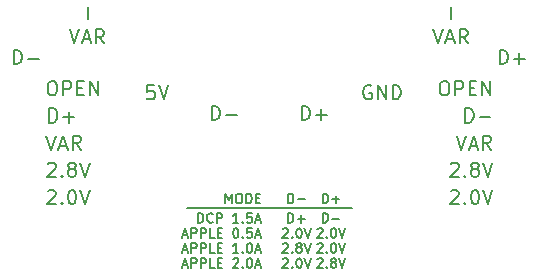
<source format=gto>
G04 #@! TF.FileFunction,Legend,Top*
%FSLAX46Y46*%
G04 Gerber Fmt 4.6, Leading zero omitted, Abs format (unit mm)*
G04 Created by KiCad (PCBNEW (2016-03-06 BZR 6610)-product) date 2016 April 20, Wednesday 18:42:29*
%MOMM*%
G01*
G04 APERTURE LIST*
%ADD10C,0.100000*%
%ADD11C,0.150000*%
%ADD12C,0.200000*%
G04 APERTURE END LIST*
D10*
D11*
X142660238Y-110293333D02*
X143041190Y-110293333D01*
X142584047Y-110521905D02*
X142850714Y-109721905D01*
X143117381Y-110521905D01*
X143384047Y-110521905D02*
X143384047Y-109721905D01*
X143688809Y-109721905D01*
X143765000Y-109760000D01*
X143803095Y-109798095D01*
X143841190Y-109874286D01*
X143841190Y-109988571D01*
X143803095Y-110064762D01*
X143765000Y-110102857D01*
X143688809Y-110140952D01*
X143384047Y-110140952D01*
X144184047Y-110521905D02*
X144184047Y-109721905D01*
X144488809Y-109721905D01*
X144565000Y-109760000D01*
X144603095Y-109798095D01*
X144641190Y-109874286D01*
X144641190Y-109988571D01*
X144603095Y-110064762D01*
X144565000Y-110102857D01*
X144488809Y-110140952D01*
X144184047Y-110140952D01*
X145365000Y-110521905D02*
X144984047Y-110521905D01*
X144984047Y-109721905D01*
X145631666Y-110102857D02*
X145898333Y-110102857D01*
X146012619Y-110521905D02*
X145631666Y-110521905D01*
X145631666Y-109721905D01*
X146012619Y-109721905D01*
X146926905Y-109798095D02*
X146965000Y-109760000D01*
X147041191Y-109721905D01*
X147231667Y-109721905D01*
X147307857Y-109760000D01*
X147345953Y-109798095D01*
X147384048Y-109874286D01*
X147384048Y-109950476D01*
X147345953Y-110064762D01*
X146888810Y-110521905D01*
X147384048Y-110521905D01*
X147726905Y-110445714D02*
X147765000Y-110483810D01*
X147726905Y-110521905D01*
X147688810Y-110483810D01*
X147726905Y-110445714D01*
X147726905Y-110521905D01*
X148260238Y-109721905D02*
X148336429Y-109721905D01*
X148412619Y-109760000D01*
X148450714Y-109798095D01*
X148488810Y-109874286D01*
X148526905Y-110026667D01*
X148526905Y-110217143D01*
X148488810Y-110369524D01*
X148450714Y-110445714D01*
X148412619Y-110483810D01*
X148336429Y-110521905D01*
X148260238Y-110521905D01*
X148184048Y-110483810D01*
X148145952Y-110445714D01*
X148107857Y-110369524D01*
X148069762Y-110217143D01*
X148069762Y-110026667D01*
X148107857Y-109874286D01*
X148145952Y-109798095D01*
X148184048Y-109760000D01*
X148260238Y-109721905D01*
X148831667Y-110293333D02*
X149212619Y-110293333D01*
X148755476Y-110521905D02*
X149022143Y-109721905D01*
X149288810Y-110521905D01*
X142660238Y-109023333D02*
X143041190Y-109023333D01*
X142584047Y-109251905D02*
X142850714Y-108451905D01*
X143117381Y-109251905D01*
X143384047Y-109251905D02*
X143384047Y-108451905D01*
X143688809Y-108451905D01*
X143765000Y-108490000D01*
X143803095Y-108528095D01*
X143841190Y-108604286D01*
X143841190Y-108718571D01*
X143803095Y-108794762D01*
X143765000Y-108832857D01*
X143688809Y-108870952D01*
X143384047Y-108870952D01*
X144184047Y-109251905D02*
X144184047Y-108451905D01*
X144488809Y-108451905D01*
X144565000Y-108490000D01*
X144603095Y-108528095D01*
X144641190Y-108604286D01*
X144641190Y-108718571D01*
X144603095Y-108794762D01*
X144565000Y-108832857D01*
X144488809Y-108870952D01*
X144184047Y-108870952D01*
X145365000Y-109251905D02*
X144984047Y-109251905D01*
X144984047Y-108451905D01*
X145631666Y-108832857D02*
X145898333Y-108832857D01*
X146012619Y-109251905D02*
X145631666Y-109251905D01*
X145631666Y-108451905D01*
X146012619Y-108451905D01*
X147384048Y-109251905D02*
X146926905Y-109251905D01*
X147155476Y-109251905D02*
X147155476Y-108451905D01*
X147079286Y-108566190D01*
X147003095Y-108642381D01*
X146926905Y-108680476D01*
X147726905Y-109175714D02*
X147765000Y-109213810D01*
X147726905Y-109251905D01*
X147688810Y-109213810D01*
X147726905Y-109175714D01*
X147726905Y-109251905D01*
X148260238Y-108451905D02*
X148336429Y-108451905D01*
X148412619Y-108490000D01*
X148450714Y-108528095D01*
X148488810Y-108604286D01*
X148526905Y-108756667D01*
X148526905Y-108947143D01*
X148488810Y-109099524D01*
X148450714Y-109175714D01*
X148412619Y-109213810D01*
X148336429Y-109251905D01*
X148260238Y-109251905D01*
X148184048Y-109213810D01*
X148145952Y-109175714D01*
X148107857Y-109099524D01*
X148069762Y-108947143D01*
X148069762Y-108756667D01*
X148107857Y-108604286D01*
X148145952Y-108528095D01*
X148184048Y-108490000D01*
X148260238Y-108451905D01*
X148831667Y-109023333D02*
X149212619Y-109023333D01*
X148755476Y-109251905D02*
X149022143Y-108451905D01*
X149288810Y-109251905D01*
X142660238Y-107753333D02*
X143041190Y-107753333D01*
X142584047Y-107981905D02*
X142850714Y-107181905D01*
X143117381Y-107981905D01*
X143384047Y-107981905D02*
X143384047Y-107181905D01*
X143688809Y-107181905D01*
X143765000Y-107220000D01*
X143803095Y-107258095D01*
X143841190Y-107334286D01*
X143841190Y-107448571D01*
X143803095Y-107524762D01*
X143765000Y-107562857D01*
X143688809Y-107600952D01*
X143384047Y-107600952D01*
X144184047Y-107981905D02*
X144184047Y-107181905D01*
X144488809Y-107181905D01*
X144565000Y-107220000D01*
X144603095Y-107258095D01*
X144641190Y-107334286D01*
X144641190Y-107448571D01*
X144603095Y-107524762D01*
X144565000Y-107562857D01*
X144488809Y-107600952D01*
X144184047Y-107600952D01*
X145365000Y-107981905D02*
X144984047Y-107981905D01*
X144984047Y-107181905D01*
X145631666Y-107562857D02*
X145898333Y-107562857D01*
X146012619Y-107981905D02*
X145631666Y-107981905D01*
X145631666Y-107181905D01*
X146012619Y-107181905D01*
X147117381Y-107181905D02*
X147193572Y-107181905D01*
X147269762Y-107220000D01*
X147307857Y-107258095D01*
X147345953Y-107334286D01*
X147384048Y-107486667D01*
X147384048Y-107677143D01*
X147345953Y-107829524D01*
X147307857Y-107905714D01*
X147269762Y-107943810D01*
X147193572Y-107981905D01*
X147117381Y-107981905D01*
X147041191Y-107943810D01*
X147003095Y-107905714D01*
X146965000Y-107829524D01*
X146926905Y-107677143D01*
X146926905Y-107486667D01*
X146965000Y-107334286D01*
X147003095Y-107258095D01*
X147041191Y-107220000D01*
X147117381Y-107181905D01*
X147726905Y-107905714D02*
X147765000Y-107943810D01*
X147726905Y-107981905D01*
X147688810Y-107943810D01*
X147726905Y-107905714D01*
X147726905Y-107981905D01*
X148488810Y-107181905D02*
X148107857Y-107181905D01*
X148069762Y-107562857D01*
X148107857Y-107524762D01*
X148184048Y-107486667D01*
X148374524Y-107486667D01*
X148450714Y-107524762D01*
X148488810Y-107562857D01*
X148526905Y-107639048D01*
X148526905Y-107829524D01*
X148488810Y-107905714D01*
X148450714Y-107943810D01*
X148374524Y-107981905D01*
X148184048Y-107981905D01*
X148107857Y-107943810D01*
X148069762Y-107905714D01*
X148831667Y-107753333D02*
X149212619Y-107753333D01*
X148755476Y-107981905D02*
X149022143Y-107181905D01*
X149288810Y-107981905D01*
X143955476Y-106711905D02*
X143955476Y-105911905D01*
X144145952Y-105911905D01*
X144260238Y-105950000D01*
X144336429Y-106026190D01*
X144374524Y-106102381D01*
X144412619Y-106254762D01*
X144412619Y-106369048D01*
X144374524Y-106521429D01*
X144336429Y-106597619D01*
X144260238Y-106673810D01*
X144145952Y-106711905D01*
X143955476Y-106711905D01*
X145212619Y-106635714D02*
X145174524Y-106673810D01*
X145060238Y-106711905D01*
X144984048Y-106711905D01*
X144869762Y-106673810D01*
X144793571Y-106597619D01*
X144755476Y-106521429D01*
X144717381Y-106369048D01*
X144717381Y-106254762D01*
X144755476Y-106102381D01*
X144793571Y-106026190D01*
X144869762Y-105950000D01*
X144984048Y-105911905D01*
X145060238Y-105911905D01*
X145174524Y-105950000D01*
X145212619Y-105988095D01*
X145555476Y-106711905D02*
X145555476Y-105911905D01*
X145860238Y-105911905D01*
X145936429Y-105950000D01*
X145974524Y-105988095D01*
X146012619Y-106064286D01*
X146012619Y-106178571D01*
X145974524Y-106254762D01*
X145936429Y-106292857D01*
X145860238Y-106330952D01*
X145555476Y-106330952D01*
X147384048Y-106711905D02*
X146926905Y-106711905D01*
X147155476Y-106711905D02*
X147155476Y-105911905D01*
X147079286Y-106026190D01*
X147003095Y-106102381D01*
X146926905Y-106140476D01*
X147726905Y-106635714D02*
X147765000Y-106673810D01*
X147726905Y-106711905D01*
X147688810Y-106673810D01*
X147726905Y-106635714D01*
X147726905Y-106711905D01*
X148488810Y-105911905D02*
X148107857Y-105911905D01*
X148069762Y-106292857D01*
X148107857Y-106254762D01*
X148184048Y-106216667D01*
X148374524Y-106216667D01*
X148450714Y-106254762D01*
X148488810Y-106292857D01*
X148526905Y-106369048D01*
X148526905Y-106559524D01*
X148488810Y-106635714D01*
X148450714Y-106673810D01*
X148374524Y-106711905D01*
X148184048Y-106711905D01*
X148107857Y-106673810D01*
X148069762Y-106635714D01*
X148831667Y-106483333D02*
X149212619Y-106483333D01*
X148755476Y-106711905D02*
X149022143Y-105911905D01*
X149288810Y-106711905D01*
X151581238Y-106711905D02*
X151581238Y-105911905D01*
X151771714Y-105911905D01*
X151886000Y-105950000D01*
X151962191Y-106026190D01*
X152000286Y-106102381D01*
X152038381Y-106254762D01*
X152038381Y-106369048D01*
X152000286Y-106521429D01*
X151962191Y-106597619D01*
X151886000Y-106673810D01*
X151771714Y-106711905D01*
X151581238Y-106711905D01*
X152381238Y-106407143D02*
X152990762Y-106407143D01*
X152686000Y-106711905D02*
X152686000Y-106102381D01*
X151143143Y-107258095D02*
X151181238Y-107220000D01*
X151257429Y-107181905D01*
X151447905Y-107181905D01*
X151524095Y-107220000D01*
X151562191Y-107258095D01*
X151600286Y-107334286D01*
X151600286Y-107410476D01*
X151562191Y-107524762D01*
X151105048Y-107981905D01*
X151600286Y-107981905D01*
X151943143Y-107905714D02*
X151981238Y-107943810D01*
X151943143Y-107981905D01*
X151905048Y-107943810D01*
X151943143Y-107905714D01*
X151943143Y-107981905D01*
X152476476Y-107181905D02*
X152552667Y-107181905D01*
X152628857Y-107220000D01*
X152666952Y-107258095D01*
X152705048Y-107334286D01*
X152743143Y-107486667D01*
X152743143Y-107677143D01*
X152705048Y-107829524D01*
X152666952Y-107905714D01*
X152628857Y-107943810D01*
X152552667Y-107981905D01*
X152476476Y-107981905D01*
X152400286Y-107943810D01*
X152362190Y-107905714D01*
X152324095Y-107829524D01*
X152286000Y-107677143D01*
X152286000Y-107486667D01*
X152324095Y-107334286D01*
X152362190Y-107258095D01*
X152400286Y-107220000D01*
X152476476Y-107181905D01*
X152971714Y-107181905D02*
X153238381Y-107981905D01*
X153505048Y-107181905D01*
X151143143Y-108528095D02*
X151181238Y-108490000D01*
X151257429Y-108451905D01*
X151447905Y-108451905D01*
X151524095Y-108490000D01*
X151562191Y-108528095D01*
X151600286Y-108604286D01*
X151600286Y-108680476D01*
X151562191Y-108794762D01*
X151105048Y-109251905D01*
X151600286Y-109251905D01*
X151943143Y-109175714D02*
X151981238Y-109213810D01*
X151943143Y-109251905D01*
X151905048Y-109213810D01*
X151943143Y-109175714D01*
X151943143Y-109251905D01*
X152438381Y-108794762D02*
X152362190Y-108756667D01*
X152324095Y-108718571D01*
X152286000Y-108642381D01*
X152286000Y-108604286D01*
X152324095Y-108528095D01*
X152362190Y-108490000D01*
X152438381Y-108451905D01*
X152590762Y-108451905D01*
X152666952Y-108490000D01*
X152705048Y-108528095D01*
X152743143Y-108604286D01*
X152743143Y-108642381D01*
X152705048Y-108718571D01*
X152666952Y-108756667D01*
X152590762Y-108794762D01*
X152438381Y-108794762D01*
X152362190Y-108832857D01*
X152324095Y-108870952D01*
X152286000Y-108947143D01*
X152286000Y-109099524D01*
X152324095Y-109175714D01*
X152362190Y-109213810D01*
X152438381Y-109251905D01*
X152590762Y-109251905D01*
X152666952Y-109213810D01*
X152705048Y-109175714D01*
X152743143Y-109099524D01*
X152743143Y-108947143D01*
X152705048Y-108870952D01*
X152666952Y-108832857D01*
X152590762Y-108794762D01*
X152971714Y-108451905D02*
X153238381Y-109251905D01*
X153505048Y-108451905D01*
X151143143Y-109798095D02*
X151181238Y-109760000D01*
X151257429Y-109721905D01*
X151447905Y-109721905D01*
X151524095Y-109760000D01*
X151562191Y-109798095D01*
X151600286Y-109874286D01*
X151600286Y-109950476D01*
X151562191Y-110064762D01*
X151105048Y-110521905D01*
X151600286Y-110521905D01*
X151943143Y-110445714D02*
X151981238Y-110483810D01*
X151943143Y-110521905D01*
X151905048Y-110483810D01*
X151943143Y-110445714D01*
X151943143Y-110521905D01*
X152476476Y-109721905D02*
X152552667Y-109721905D01*
X152628857Y-109760000D01*
X152666952Y-109798095D01*
X152705048Y-109874286D01*
X152743143Y-110026667D01*
X152743143Y-110217143D01*
X152705048Y-110369524D01*
X152666952Y-110445714D01*
X152628857Y-110483810D01*
X152552667Y-110521905D01*
X152476476Y-110521905D01*
X152400286Y-110483810D01*
X152362190Y-110445714D01*
X152324095Y-110369524D01*
X152286000Y-110217143D01*
X152286000Y-110026667D01*
X152324095Y-109874286D01*
X152362190Y-109798095D01*
X152400286Y-109760000D01*
X152476476Y-109721905D01*
X152971714Y-109721905D02*
X153238381Y-110521905D01*
X153505048Y-109721905D01*
X154064143Y-109798095D02*
X154102238Y-109760000D01*
X154178429Y-109721905D01*
X154368905Y-109721905D01*
X154445095Y-109760000D01*
X154483191Y-109798095D01*
X154521286Y-109874286D01*
X154521286Y-109950476D01*
X154483191Y-110064762D01*
X154026048Y-110521905D01*
X154521286Y-110521905D01*
X154864143Y-110445714D02*
X154902238Y-110483810D01*
X154864143Y-110521905D01*
X154826048Y-110483810D01*
X154864143Y-110445714D01*
X154864143Y-110521905D01*
X155359381Y-110064762D02*
X155283190Y-110026667D01*
X155245095Y-109988571D01*
X155207000Y-109912381D01*
X155207000Y-109874286D01*
X155245095Y-109798095D01*
X155283190Y-109760000D01*
X155359381Y-109721905D01*
X155511762Y-109721905D01*
X155587952Y-109760000D01*
X155626048Y-109798095D01*
X155664143Y-109874286D01*
X155664143Y-109912381D01*
X155626048Y-109988571D01*
X155587952Y-110026667D01*
X155511762Y-110064762D01*
X155359381Y-110064762D01*
X155283190Y-110102857D01*
X155245095Y-110140952D01*
X155207000Y-110217143D01*
X155207000Y-110369524D01*
X155245095Y-110445714D01*
X155283190Y-110483810D01*
X155359381Y-110521905D01*
X155511762Y-110521905D01*
X155587952Y-110483810D01*
X155626048Y-110445714D01*
X155664143Y-110369524D01*
X155664143Y-110217143D01*
X155626048Y-110140952D01*
X155587952Y-110102857D01*
X155511762Y-110064762D01*
X155892714Y-109721905D02*
X156159381Y-110521905D01*
X156426048Y-109721905D01*
X154064143Y-108528095D02*
X154102238Y-108490000D01*
X154178429Y-108451905D01*
X154368905Y-108451905D01*
X154445095Y-108490000D01*
X154483191Y-108528095D01*
X154521286Y-108604286D01*
X154521286Y-108680476D01*
X154483191Y-108794762D01*
X154026048Y-109251905D01*
X154521286Y-109251905D01*
X154864143Y-109175714D02*
X154902238Y-109213810D01*
X154864143Y-109251905D01*
X154826048Y-109213810D01*
X154864143Y-109175714D01*
X154864143Y-109251905D01*
X155397476Y-108451905D02*
X155473667Y-108451905D01*
X155549857Y-108490000D01*
X155587952Y-108528095D01*
X155626048Y-108604286D01*
X155664143Y-108756667D01*
X155664143Y-108947143D01*
X155626048Y-109099524D01*
X155587952Y-109175714D01*
X155549857Y-109213810D01*
X155473667Y-109251905D01*
X155397476Y-109251905D01*
X155321286Y-109213810D01*
X155283190Y-109175714D01*
X155245095Y-109099524D01*
X155207000Y-108947143D01*
X155207000Y-108756667D01*
X155245095Y-108604286D01*
X155283190Y-108528095D01*
X155321286Y-108490000D01*
X155397476Y-108451905D01*
X155892714Y-108451905D02*
X156159381Y-109251905D01*
X156426048Y-108451905D01*
X154064143Y-107258095D02*
X154102238Y-107220000D01*
X154178429Y-107181905D01*
X154368905Y-107181905D01*
X154445095Y-107220000D01*
X154483191Y-107258095D01*
X154521286Y-107334286D01*
X154521286Y-107410476D01*
X154483191Y-107524762D01*
X154026048Y-107981905D01*
X154521286Y-107981905D01*
X154864143Y-107905714D02*
X154902238Y-107943810D01*
X154864143Y-107981905D01*
X154826048Y-107943810D01*
X154864143Y-107905714D01*
X154864143Y-107981905D01*
X155397476Y-107181905D02*
X155473667Y-107181905D01*
X155549857Y-107220000D01*
X155587952Y-107258095D01*
X155626048Y-107334286D01*
X155664143Y-107486667D01*
X155664143Y-107677143D01*
X155626048Y-107829524D01*
X155587952Y-107905714D01*
X155549857Y-107943810D01*
X155473667Y-107981905D01*
X155397476Y-107981905D01*
X155321286Y-107943810D01*
X155283190Y-107905714D01*
X155245095Y-107829524D01*
X155207000Y-107677143D01*
X155207000Y-107486667D01*
X155245095Y-107334286D01*
X155283190Y-107258095D01*
X155321286Y-107220000D01*
X155397476Y-107181905D01*
X155892714Y-107181905D02*
X156159381Y-107981905D01*
X156426048Y-107181905D01*
X154502238Y-106711905D02*
X154502238Y-105911905D01*
X154692714Y-105911905D01*
X154807000Y-105950000D01*
X154883191Y-106026190D01*
X154921286Y-106102381D01*
X154959381Y-106254762D01*
X154959381Y-106369048D01*
X154921286Y-106521429D01*
X154883191Y-106597619D01*
X154807000Y-106673810D01*
X154692714Y-106711905D01*
X154502238Y-106711905D01*
X155302238Y-106407143D02*
X155911762Y-106407143D01*
X146279285Y-105060905D02*
X146279285Y-104260905D01*
X146545952Y-104832333D01*
X146812619Y-104260905D01*
X146812619Y-105060905D01*
X147345952Y-104260905D02*
X147498333Y-104260905D01*
X147574524Y-104299000D01*
X147650714Y-104375190D01*
X147688809Y-104527571D01*
X147688809Y-104794238D01*
X147650714Y-104946619D01*
X147574524Y-105022810D01*
X147498333Y-105060905D01*
X147345952Y-105060905D01*
X147269762Y-105022810D01*
X147193571Y-104946619D01*
X147155476Y-104794238D01*
X147155476Y-104527571D01*
X147193571Y-104375190D01*
X147269762Y-104299000D01*
X147345952Y-104260905D01*
X148031666Y-105060905D02*
X148031666Y-104260905D01*
X148222142Y-104260905D01*
X148336428Y-104299000D01*
X148412619Y-104375190D01*
X148450714Y-104451381D01*
X148488809Y-104603762D01*
X148488809Y-104718048D01*
X148450714Y-104870429D01*
X148412619Y-104946619D01*
X148336428Y-105022810D01*
X148222142Y-105060905D01*
X148031666Y-105060905D01*
X148831666Y-104641857D02*
X149098333Y-104641857D01*
X149212619Y-105060905D02*
X148831666Y-105060905D01*
X148831666Y-104260905D01*
X149212619Y-104260905D01*
X154502238Y-105060905D02*
X154502238Y-104260905D01*
X154692714Y-104260905D01*
X154807000Y-104299000D01*
X154883191Y-104375190D01*
X154921286Y-104451381D01*
X154959381Y-104603762D01*
X154959381Y-104718048D01*
X154921286Y-104870429D01*
X154883191Y-104946619D01*
X154807000Y-105022810D01*
X154692714Y-105060905D01*
X154502238Y-105060905D01*
X155302238Y-104756143D02*
X155911762Y-104756143D01*
X155607000Y-105060905D02*
X155607000Y-104451381D01*
X151581238Y-105060905D02*
X151581238Y-104260905D01*
X151771714Y-104260905D01*
X151886000Y-104299000D01*
X151962191Y-104375190D01*
X152000286Y-104451381D01*
X152038381Y-104603762D01*
X152038381Y-104718048D01*
X152000286Y-104870429D01*
X151962191Y-104946619D01*
X151886000Y-105022810D01*
X151771714Y-105060905D01*
X151581238Y-105060905D01*
X152381238Y-104756143D02*
X152990762Y-104756143D01*
D12*
X143000000Y-105461000D02*
X157000000Y-105461000D01*
X133090715Y-90342857D02*
X133490715Y-91542857D01*
X133890715Y-90342857D01*
X134233571Y-91200000D02*
X134805000Y-91200000D01*
X134119286Y-91542857D02*
X134519286Y-90342857D01*
X134919286Y-91542857D01*
X136005000Y-91542857D02*
X135605000Y-90971429D01*
X135319285Y-91542857D02*
X135319285Y-90342857D01*
X135776428Y-90342857D01*
X135890714Y-90400000D01*
X135947857Y-90457143D01*
X136005000Y-90571429D01*
X136005000Y-90742857D01*
X135947857Y-90857143D01*
X135890714Y-90914286D01*
X135776428Y-90971429D01*
X135319285Y-90971429D01*
X163880715Y-90342857D02*
X164280715Y-91542857D01*
X164680715Y-90342857D01*
X165023571Y-91200000D02*
X165595000Y-91200000D01*
X164909286Y-91542857D02*
X165309286Y-90342857D01*
X165709286Y-91542857D01*
X166795000Y-91542857D02*
X166395000Y-90971429D01*
X166109285Y-91542857D02*
X166109285Y-90342857D01*
X166566428Y-90342857D01*
X166680714Y-90400000D01*
X166737857Y-90457143D01*
X166795000Y-90571429D01*
X166795000Y-90742857D01*
X166737857Y-90857143D01*
X166680714Y-90914286D01*
X166566428Y-90971429D01*
X166109285Y-90971429D01*
X165395000Y-88500000D02*
X165395000Y-89500000D01*
X165342857Y-104057143D02*
X165400000Y-104000000D01*
X165514286Y-103942857D01*
X165800000Y-103942857D01*
X165914286Y-104000000D01*
X165971429Y-104057143D01*
X166028572Y-104171429D01*
X166028572Y-104285714D01*
X165971429Y-104457143D01*
X165285715Y-105142857D01*
X166028572Y-105142857D01*
X166542857Y-105028571D02*
X166600000Y-105085714D01*
X166542857Y-105142857D01*
X166485714Y-105085714D01*
X166542857Y-105028571D01*
X166542857Y-105142857D01*
X167342858Y-103942857D02*
X167457143Y-103942857D01*
X167571429Y-104000000D01*
X167628572Y-104057143D01*
X167685715Y-104171429D01*
X167742858Y-104400000D01*
X167742858Y-104685714D01*
X167685715Y-104914286D01*
X167628572Y-105028571D01*
X167571429Y-105085714D01*
X167457143Y-105142857D01*
X167342858Y-105142857D01*
X167228572Y-105085714D01*
X167171429Y-105028571D01*
X167114286Y-104914286D01*
X167057143Y-104685714D01*
X167057143Y-104400000D01*
X167114286Y-104171429D01*
X167171429Y-104057143D01*
X167228572Y-104000000D01*
X167342858Y-103942857D01*
X168085715Y-103942857D02*
X168485715Y-105142857D01*
X168885715Y-103942857D01*
X165342857Y-101757143D02*
X165400000Y-101700000D01*
X165514286Y-101642857D01*
X165800000Y-101642857D01*
X165914286Y-101700000D01*
X165971429Y-101757143D01*
X166028572Y-101871429D01*
X166028572Y-101985714D01*
X165971429Y-102157143D01*
X165285715Y-102842857D01*
X166028572Y-102842857D01*
X166542857Y-102728571D02*
X166600000Y-102785714D01*
X166542857Y-102842857D01*
X166485714Y-102785714D01*
X166542857Y-102728571D01*
X166542857Y-102842857D01*
X167285715Y-102157143D02*
X167171429Y-102100000D01*
X167114286Y-102042857D01*
X167057143Y-101928571D01*
X167057143Y-101871429D01*
X167114286Y-101757143D01*
X167171429Y-101700000D01*
X167285715Y-101642857D01*
X167514286Y-101642857D01*
X167628572Y-101700000D01*
X167685715Y-101757143D01*
X167742858Y-101871429D01*
X167742858Y-101928571D01*
X167685715Y-102042857D01*
X167628572Y-102100000D01*
X167514286Y-102157143D01*
X167285715Y-102157143D01*
X167171429Y-102214286D01*
X167114286Y-102271429D01*
X167057143Y-102385714D01*
X167057143Y-102614286D01*
X167114286Y-102728571D01*
X167171429Y-102785714D01*
X167285715Y-102842857D01*
X167514286Y-102842857D01*
X167628572Y-102785714D01*
X167685715Y-102728571D01*
X167742858Y-102614286D01*
X167742858Y-102385714D01*
X167685715Y-102271429D01*
X167628572Y-102214286D01*
X167514286Y-102157143D01*
X168085715Y-101642857D02*
X168485715Y-102842857D01*
X168885715Y-101642857D01*
X165857144Y-99342857D02*
X166257144Y-100542857D01*
X166657144Y-99342857D01*
X167000000Y-100200000D02*
X167571429Y-100200000D01*
X166885715Y-100542857D02*
X167285715Y-99342857D01*
X167685715Y-100542857D01*
X168771429Y-100542857D02*
X168371429Y-99971429D01*
X168085714Y-100542857D02*
X168085714Y-99342857D01*
X168542857Y-99342857D01*
X168657143Y-99400000D01*
X168714286Y-99457143D01*
X168771429Y-99571429D01*
X168771429Y-99742857D01*
X168714286Y-99857143D01*
X168657143Y-99914286D01*
X168542857Y-99971429D01*
X168085714Y-99971429D01*
X166600000Y-98242857D02*
X166600000Y-97042857D01*
X166885715Y-97042857D01*
X167057143Y-97100000D01*
X167171429Y-97214286D01*
X167228572Y-97328571D01*
X167285715Y-97557143D01*
X167285715Y-97728571D01*
X167228572Y-97957143D01*
X167171429Y-98071429D01*
X167057143Y-98185714D01*
X166885715Y-98242857D01*
X166600000Y-98242857D01*
X167800000Y-97785714D02*
X168714286Y-97785714D01*
X164714286Y-94742857D02*
X164942857Y-94742857D01*
X165057143Y-94800000D01*
X165171429Y-94914286D01*
X165228571Y-95142857D01*
X165228571Y-95542857D01*
X165171429Y-95771429D01*
X165057143Y-95885714D01*
X164942857Y-95942857D01*
X164714286Y-95942857D01*
X164600000Y-95885714D01*
X164485714Y-95771429D01*
X164428571Y-95542857D01*
X164428571Y-95142857D01*
X164485714Y-94914286D01*
X164600000Y-94800000D01*
X164714286Y-94742857D01*
X165742857Y-95942857D02*
X165742857Y-94742857D01*
X166200000Y-94742857D01*
X166314286Y-94800000D01*
X166371429Y-94857143D01*
X166428572Y-94971429D01*
X166428572Y-95142857D01*
X166371429Y-95257143D01*
X166314286Y-95314286D01*
X166200000Y-95371429D01*
X165742857Y-95371429D01*
X166942857Y-95314286D02*
X167342857Y-95314286D01*
X167514286Y-95942857D02*
X166942857Y-95942857D01*
X166942857Y-94742857D01*
X167514286Y-94742857D01*
X168028571Y-95942857D02*
X168028571Y-94742857D01*
X168714286Y-95942857D01*
X168714286Y-94742857D01*
X131228571Y-104057143D02*
X131285714Y-104000000D01*
X131400000Y-103942857D01*
X131685714Y-103942857D01*
X131800000Y-104000000D01*
X131857143Y-104057143D01*
X131914286Y-104171429D01*
X131914286Y-104285714D01*
X131857143Y-104457143D01*
X131171429Y-105142857D01*
X131914286Y-105142857D01*
X132428571Y-105028571D02*
X132485714Y-105085714D01*
X132428571Y-105142857D01*
X132371428Y-105085714D01*
X132428571Y-105028571D01*
X132428571Y-105142857D01*
X133228572Y-103942857D02*
X133342857Y-103942857D01*
X133457143Y-104000000D01*
X133514286Y-104057143D01*
X133571429Y-104171429D01*
X133628572Y-104400000D01*
X133628572Y-104685714D01*
X133571429Y-104914286D01*
X133514286Y-105028571D01*
X133457143Y-105085714D01*
X133342857Y-105142857D01*
X133228572Y-105142857D01*
X133114286Y-105085714D01*
X133057143Y-105028571D01*
X133000000Y-104914286D01*
X132942857Y-104685714D01*
X132942857Y-104400000D01*
X133000000Y-104171429D01*
X133057143Y-104057143D01*
X133114286Y-104000000D01*
X133228572Y-103942857D01*
X133971429Y-103942857D02*
X134371429Y-105142857D01*
X134771429Y-103942857D01*
X131228571Y-101757143D02*
X131285714Y-101700000D01*
X131400000Y-101642857D01*
X131685714Y-101642857D01*
X131800000Y-101700000D01*
X131857143Y-101757143D01*
X131914286Y-101871429D01*
X131914286Y-101985714D01*
X131857143Y-102157143D01*
X131171429Y-102842857D01*
X131914286Y-102842857D01*
X132428571Y-102728571D02*
X132485714Y-102785714D01*
X132428571Y-102842857D01*
X132371428Y-102785714D01*
X132428571Y-102728571D01*
X132428571Y-102842857D01*
X133171429Y-102157143D02*
X133057143Y-102100000D01*
X133000000Y-102042857D01*
X132942857Y-101928571D01*
X132942857Y-101871429D01*
X133000000Y-101757143D01*
X133057143Y-101700000D01*
X133171429Y-101642857D01*
X133400000Y-101642857D01*
X133514286Y-101700000D01*
X133571429Y-101757143D01*
X133628572Y-101871429D01*
X133628572Y-101928571D01*
X133571429Y-102042857D01*
X133514286Y-102100000D01*
X133400000Y-102157143D01*
X133171429Y-102157143D01*
X133057143Y-102214286D01*
X133000000Y-102271429D01*
X132942857Y-102385714D01*
X132942857Y-102614286D01*
X133000000Y-102728571D01*
X133057143Y-102785714D01*
X133171429Y-102842857D01*
X133400000Y-102842857D01*
X133514286Y-102785714D01*
X133571429Y-102728571D01*
X133628572Y-102614286D01*
X133628572Y-102385714D01*
X133571429Y-102271429D01*
X133514286Y-102214286D01*
X133400000Y-102157143D01*
X133971429Y-101642857D02*
X134371429Y-102842857D01*
X134771429Y-101642857D01*
X131114286Y-99342857D02*
X131514286Y-100542857D01*
X131914286Y-99342857D01*
X132257142Y-100200000D02*
X132828571Y-100200000D01*
X132142857Y-100542857D02*
X132542857Y-99342857D01*
X132942857Y-100542857D01*
X134028571Y-100542857D02*
X133628571Y-99971429D01*
X133342856Y-100542857D02*
X133342856Y-99342857D01*
X133799999Y-99342857D01*
X133914285Y-99400000D01*
X133971428Y-99457143D01*
X134028571Y-99571429D01*
X134028571Y-99742857D01*
X133971428Y-99857143D01*
X133914285Y-99914286D01*
X133799999Y-99971429D01*
X133342856Y-99971429D01*
X131362714Y-98242857D02*
X131362714Y-97042857D01*
X131648429Y-97042857D01*
X131819857Y-97100000D01*
X131934143Y-97214286D01*
X131991286Y-97328571D01*
X132048429Y-97557143D01*
X132048429Y-97728571D01*
X131991286Y-97957143D01*
X131934143Y-98071429D01*
X131819857Y-98185714D01*
X131648429Y-98242857D01*
X131362714Y-98242857D01*
X132562714Y-97785714D02*
X133477000Y-97785714D01*
X133019857Y-98242857D02*
X133019857Y-97328571D01*
X131514286Y-94742857D02*
X131742857Y-94742857D01*
X131857143Y-94800000D01*
X131971429Y-94914286D01*
X132028571Y-95142857D01*
X132028571Y-95542857D01*
X131971429Y-95771429D01*
X131857143Y-95885714D01*
X131742857Y-95942857D01*
X131514286Y-95942857D01*
X131400000Y-95885714D01*
X131285714Y-95771429D01*
X131228571Y-95542857D01*
X131228571Y-95142857D01*
X131285714Y-94914286D01*
X131400000Y-94800000D01*
X131514286Y-94742857D01*
X132542857Y-95942857D02*
X132542857Y-94742857D01*
X133000000Y-94742857D01*
X133114286Y-94800000D01*
X133171429Y-94857143D01*
X133228572Y-94971429D01*
X133228572Y-95142857D01*
X133171429Y-95257143D01*
X133114286Y-95314286D01*
X133000000Y-95371429D01*
X132542857Y-95371429D01*
X133742857Y-95314286D02*
X134142857Y-95314286D01*
X134314286Y-95942857D02*
X133742857Y-95942857D01*
X133742857Y-94742857D01*
X134314286Y-94742857D01*
X134828571Y-95942857D02*
X134828571Y-94742857D01*
X135514286Y-95942857D01*
X135514286Y-94742857D01*
X169507857Y-93292857D02*
X169507857Y-92092857D01*
X169793572Y-92092857D01*
X169965000Y-92150000D01*
X170079286Y-92264286D01*
X170136429Y-92378571D01*
X170193572Y-92607143D01*
X170193572Y-92778571D01*
X170136429Y-93007143D01*
X170079286Y-93121429D01*
X169965000Y-93235714D01*
X169793572Y-93292857D01*
X169507857Y-93292857D01*
X170707857Y-92835714D02*
X171622143Y-92835714D01*
X171165000Y-93292857D02*
X171165000Y-92378571D01*
X128377857Y-93292857D02*
X128377857Y-92092857D01*
X128663572Y-92092857D01*
X128835000Y-92150000D01*
X128949286Y-92264286D01*
X129006429Y-92378571D01*
X129063572Y-92607143D01*
X129063572Y-92778571D01*
X129006429Y-93007143D01*
X128949286Y-93121429D01*
X128835000Y-93235714D01*
X128663572Y-93292857D01*
X128377857Y-93292857D01*
X129577857Y-92835714D02*
X130492143Y-92835714D01*
X152752857Y-98042857D02*
X152752857Y-96842857D01*
X153038572Y-96842857D01*
X153210000Y-96900000D01*
X153324286Y-97014286D01*
X153381429Y-97128571D01*
X153438572Y-97357143D01*
X153438572Y-97528571D01*
X153381429Y-97757143D01*
X153324286Y-97871429D01*
X153210000Y-97985714D01*
X153038572Y-98042857D01*
X152752857Y-98042857D01*
X153952857Y-97585714D02*
X154867143Y-97585714D01*
X154410000Y-98042857D02*
X154410000Y-97128571D01*
X145132857Y-98042857D02*
X145132857Y-96842857D01*
X145418572Y-96842857D01*
X145590000Y-96900000D01*
X145704286Y-97014286D01*
X145761429Y-97128571D01*
X145818572Y-97357143D01*
X145818572Y-97528571D01*
X145761429Y-97757143D01*
X145704286Y-97871429D01*
X145590000Y-97985714D01*
X145418572Y-98042857D01*
X145132857Y-98042857D01*
X146332857Y-97585714D02*
X147247143Y-97585714D01*
X158610715Y-95150000D02*
X158496429Y-95092857D01*
X158325000Y-95092857D01*
X158153572Y-95150000D01*
X158039286Y-95264286D01*
X157982143Y-95378571D01*
X157925000Y-95607143D01*
X157925000Y-95778571D01*
X157982143Y-96007143D01*
X158039286Y-96121429D01*
X158153572Y-96235714D01*
X158325000Y-96292857D01*
X158439286Y-96292857D01*
X158610715Y-96235714D01*
X158667858Y-96178571D01*
X158667858Y-95778571D01*
X158439286Y-95778571D01*
X159182143Y-96292857D02*
X159182143Y-95092857D01*
X159867858Y-96292857D01*
X159867858Y-95092857D01*
X160439286Y-96292857D02*
X160439286Y-95092857D01*
X160725001Y-95092857D01*
X160896429Y-95150000D01*
X161010715Y-95264286D01*
X161067858Y-95378571D01*
X161125001Y-95607143D01*
X161125001Y-95778571D01*
X161067858Y-96007143D01*
X161010715Y-96121429D01*
X160896429Y-96235714D01*
X160725001Y-96292857D01*
X160439286Y-96292857D01*
X140246429Y-95092857D02*
X139675000Y-95092857D01*
X139617857Y-95664286D01*
X139675000Y-95607143D01*
X139789286Y-95550000D01*
X140075000Y-95550000D01*
X140189286Y-95607143D01*
X140246429Y-95664286D01*
X140303572Y-95778571D01*
X140303572Y-96064286D01*
X140246429Y-96178571D01*
X140189286Y-96235714D01*
X140075000Y-96292857D01*
X139789286Y-96292857D01*
X139675000Y-96235714D01*
X139617857Y-96178571D01*
X140646429Y-95092857D02*
X141046429Y-96292857D01*
X141446429Y-95092857D01*
X134605000Y-88500000D02*
X134605000Y-89500000D01*
M02*

</source>
